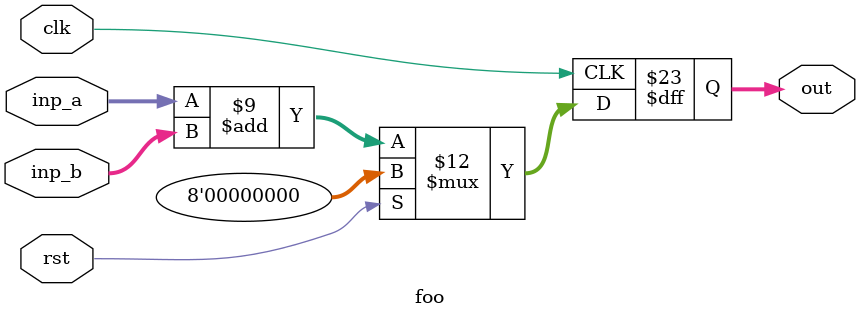
<source format=v>

module foo(clk, rst, inp_a, inp_b, out);
  input  wire clk;
  input  wire rst;
  input  wire [7:0] inp_a;
  input  wire [7:0] inp_b;
  output reg  [7:0] out;

  function [7:0] do_add;
    input [7:0] inp_a;
    input [7:0] inp_b;

    do_add = inp_a + inp_b;
  endfunction

  always @(posedge clk)
    if (rst) out <= 0;
    else     out <= do_add (* combinational_adder *) (inp_a, inp_b);

  initial begin
    $display("PASSED");
  end

endmodule


</source>
